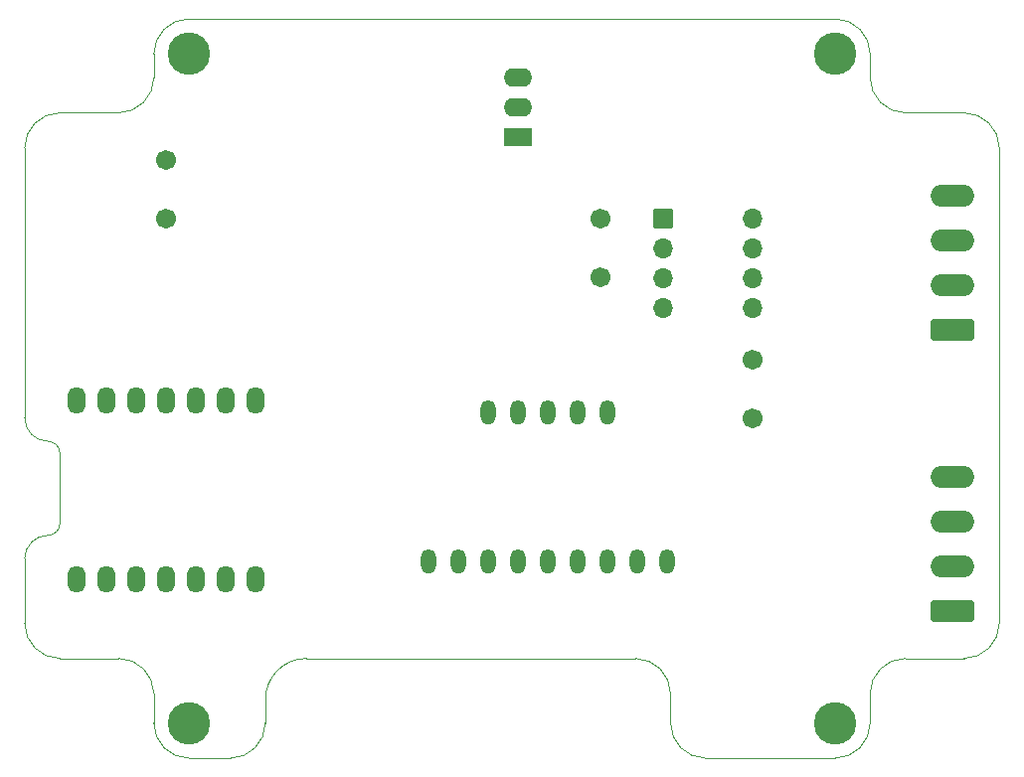
<source format=gbr>
%TF.GenerationSoftware,KiCad,Pcbnew,7.0.1-0*%
%TF.CreationDate,2023-04-24T13:37:36-07:00*%
%TF.ProjectId,project,70726f6a-6563-4742-9e6b-696361645f70,rev?*%
%TF.SameCoordinates,Original*%
%TF.FileFunction,Soldermask,Bot*%
%TF.FilePolarity,Negative*%
%FSLAX46Y46*%
G04 Gerber Fmt 4.6, Leading zero omitted, Abs format (unit mm)*
G04 Created by KiCad (PCBNEW 7.0.1-0) date 2023-04-24 13:37:36*
%MOMM*%
%LPD*%
G01*
G04 APERTURE LIST*
G04 Aperture macros list*
%AMRoundRect*
0 Rectangle with rounded corners*
0 $1 Rounding radius*
0 $2 $3 $4 $5 $6 $7 $8 $9 X,Y pos of 4 corners*
0 Add a 4 corners polygon primitive as box body*
4,1,4,$2,$3,$4,$5,$6,$7,$8,$9,$2,$3,0*
0 Add four circle primitives for the rounded corners*
1,1,$1+$1,$2,$3*
1,1,$1+$1,$4,$5*
1,1,$1+$1,$6,$7*
1,1,$1+$1,$8,$9*
0 Add four rect primitives between the rounded corners*
20,1,$1+$1,$2,$3,$4,$5,0*
20,1,$1+$1,$4,$5,$6,$7,0*
20,1,$1+$1,$6,$7,$8,$9,0*
20,1,$1+$1,$8,$9,$2,$3,0*%
G04 Aperture macros list end*
%TA.AperFunction,Profile*%
%ADD10C,0.050000*%
%TD*%
%ADD11C,1.701600*%
%ADD12RoundRect,0.300800X1.550000X-0.650000X1.550000X0.650000X-1.550000X0.650000X-1.550000X-0.650000X0*%
%ADD13O,3.701600X1.901600*%
%ADD14RoundRect,0.050800X-0.800000X-0.800000X0.800000X-0.800000X0.800000X0.800000X-0.800000X0.800000X0*%
%ADD15O,1.701600X1.701600*%
%ADD16C,3.601600*%
%ADD17O,1.301600X2.101600*%
%ADD18O,1.501600X2.301600*%
%ADD19RoundRect,0.050800X1.150000X-0.750000X1.150000X0.750000X-1.150000X0.750000X-1.150000X-0.750000X0*%
%ADD20O,2.401600X1.601600*%
G04 APERTURE END LIST*
D10*
%TO.C,X1*%
X148000000Y-71000000D02*
X148000000Y-94000000D01*
X148000000Y-106000000D02*
X148000000Y-111500000D01*
X151000000Y-68000000D02*
X156000000Y-68000000D01*
X151000000Y-97000000D02*
X151000000Y-103000000D01*
X156000000Y-114500000D02*
X151000000Y-114500000D01*
X159000000Y-65000000D02*
X159000000Y-63000000D01*
X159000000Y-117500000D02*
X159000000Y-120000000D01*
X162000000Y-60000000D02*
X217000000Y-60000000D01*
X162000000Y-123000000D02*
X165500000Y-123000000D01*
X168500000Y-118000000D02*
X168500000Y-120000000D01*
X200000000Y-114500000D02*
X172000000Y-114500000D01*
X203000000Y-120000000D02*
X203000000Y-117500000D01*
X214000000Y-123000000D02*
X206000000Y-123000000D01*
X217000000Y-123000000D02*
X214000000Y-123000000D01*
X220000000Y-63000000D02*
X220000000Y-65000000D01*
X220000000Y-117500000D02*
X220000000Y-120000000D01*
X223000000Y-68000000D02*
X228000000Y-68000000D01*
X228000000Y-114500000D02*
X223000000Y-114500000D01*
X231000000Y-71000000D02*
X231000000Y-111500000D01*
X151000000Y-68000000D02*
G75*
G03*
X148000000Y-71000000I0J-3000000D01*
G01*
X150000000Y-104000000D02*
G75*
G03*
X148000000Y-106000000I-1J-1999999D01*
G01*
X148000000Y-94000000D02*
G75*
G03*
X150000000Y-96000000I2000000J0D01*
G01*
X151000000Y-97000000D02*
G75*
G03*
X150000000Y-96000000I-1000000J0D01*
G01*
X150000000Y-104000000D02*
G75*
G03*
X151000000Y-103000000I0J1000000D01*
G01*
X148000000Y-111500000D02*
G75*
G03*
X151000000Y-114500000I3000000J0D01*
G01*
X159000000Y-117500000D02*
G75*
G03*
X156000000Y-114500000I-3000000J0D01*
G01*
X162000000Y-60000000D02*
G75*
G03*
X159000000Y-63000000I0J-3000000D01*
G01*
X156000000Y-68000000D02*
G75*
G03*
X159000000Y-65000000I0J3000000D01*
G01*
X159000000Y-120000000D02*
G75*
G03*
X162000000Y-123000000I3000000J0D01*
G01*
X172000000Y-114500000D02*
G75*
G03*
X168500000Y-118000000I0J-3500000D01*
G01*
X165500000Y-123000000D02*
G75*
G03*
X168500000Y-120000000I0J3000000D01*
G01*
X203000000Y-117500000D02*
G75*
G03*
X200000000Y-114500000I-3000000J0D01*
G01*
X203000000Y-120000000D02*
G75*
G03*
X206000000Y-123000000I3000000J0D01*
G01*
X220000000Y-63000000D02*
G75*
G03*
X217000000Y-60000000I-3000000J0D01*
G01*
X223000000Y-114500000D02*
G75*
G03*
X220000000Y-117500000I0J-3000000D01*
G01*
X217000000Y-123000000D02*
G75*
G03*
X220000000Y-120000000I0J3000000D01*
G01*
X220000000Y-65000000D02*
G75*
G03*
X223000000Y-68000000I3000000J0D01*
G01*
X231000000Y-71000000D02*
G75*
G03*
X228000000Y-68000000I-3000000J0D01*
G01*
X228000000Y-114500000D02*
G75*
G03*
X231000000Y-111500000I0J3000000D01*
G01*
%TD*%
D11*
%TO.C,C3*%
X160000000Y-72000000D03*
X160000000Y-77000000D03*
%TD*%
%TO.C,C2*%
X210000000Y-89000000D03*
X210000000Y-94000000D03*
%TD*%
D12*
%TO.C,J2*%
X226967500Y-110460000D03*
D13*
X226967500Y-106650000D03*
X226967500Y-102840000D03*
X226967500Y-99030000D03*
%TD*%
D14*
%TO.C,U1*%
X202380000Y-77000000D03*
D15*
X202380000Y-79540000D03*
X202380000Y-82080000D03*
X202380000Y-84620000D03*
X210000000Y-84620000D03*
X210000000Y-82080000D03*
X210000000Y-79540000D03*
X210000000Y-77000000D03*
%TD*%
D16*
%TO.C,X1*%
X162000000Y-63000000D03*
X162000000Y-120000000D03*
X217000000Y-63000000D03*
X217000000Y-120000000D03*
%TD*%
D17*
%TO.C,U4*%
X182380000Y-106200000D03*
X184920000Y-106200000D03*
X187460000Y-106200000D03*
X190000000Y-106200000D03*
X192540000Y-106200000D03*
X195080000Y-106200000D03*
X197620000Y-106200000D03*
X200160000Y-106200000D03*
X202700000Y-106200000D03*
X197620000Y-93500000D03*
X195080000Y-93500000D03*
X192540000Y-93500000D03*
X190000000Y-93500000D03*
X187460000Y-93500000D03*
%TD*%
D18*
%TO.C,U3*%
X152420000Y-107750000D03*
X154960000Y-107750000D03*
X157500000Y-107750000D03*
X160040000Y-107750000D03*
X162580000Y-107750000D03*
X165120000Y-107750000D03*
X167660000Y-107750000D03*
X167660000Y-92500000D03*
X165120000Y-92500000D03*
X162580000Y-92500000D03*
X160040000Y-92500000D03*
X157500000Y-92500000D03*
X154960000Y-92500000D03*
X152420000Y-92500000D03*
%TD*%
D19*
%TO.C,U2*%
X190000000Y-70080000D03*
D20*
X190000000Y-67540000D03*
X190000000Y-65000000D03*
%TD*%
D13*
%TO.C,J1*%
X226967500Y-75030000D03*
X226967500Y-78840000D03*
X226967500Y-82650000D03*
D12*
X226967500Y-86460000D03*
%TD*%
D11*
%TO.C,C1*%
X197000000Y-82000000D03*
X197000000Y-77000000D03*
%TD*%
M02*

</source>
